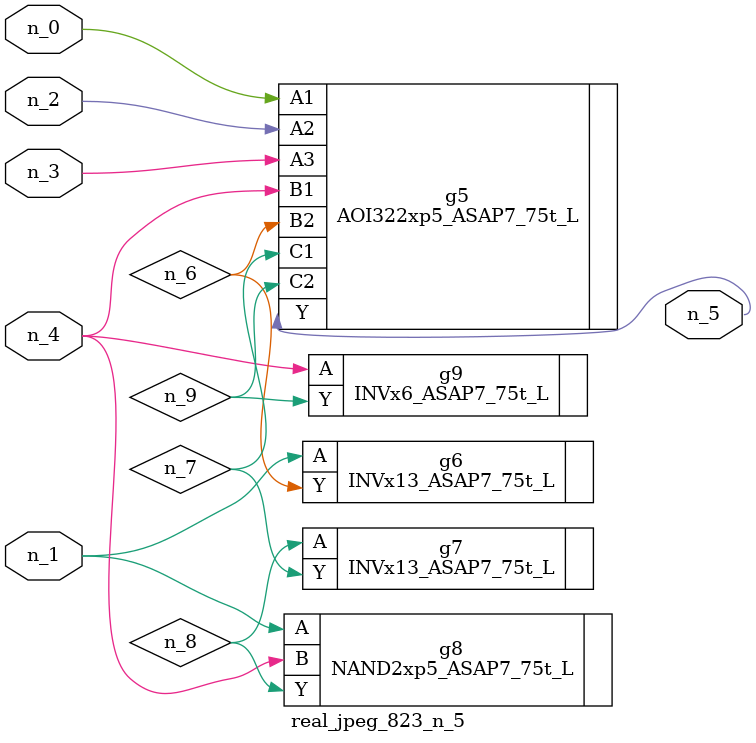
<source format=v>
module real_jpeg_823_n_5 (n_4, n_0, n_1, n_2, n_3, n_5);

input n_4;
input n_0;
input n_1;
input n_2;
input n_3;

output n_5;

wire n_8;
wire n_6;
wire n_7;
wire n_9;

AOI322xp5_ASAP7_75t_L g5 ( 
.A1(n_0),
.A2(n_2),
.A3(n_3),
.B1(n_4),
.B2(n_6),
.C1(n_7),
.C2(n_9),
.Y(n_5)
);

INVx13_ASAP7_75t_L g6 ( 
.A(n_1),
.Y(n_6)
);

NAND2xp5_ASAP7_75t_L g8 ( 
.A(n_1),
.B(n_4),
.Y(n_8)
);

INVx6_ASAP7_75t_L g9 ( 
.A(n_4),
.Y(n_9)
);

INVx13_ASAP7_75t_L g7 ( 
.A(n_8),
.Y(n_7)
);


endmodule
</source>
